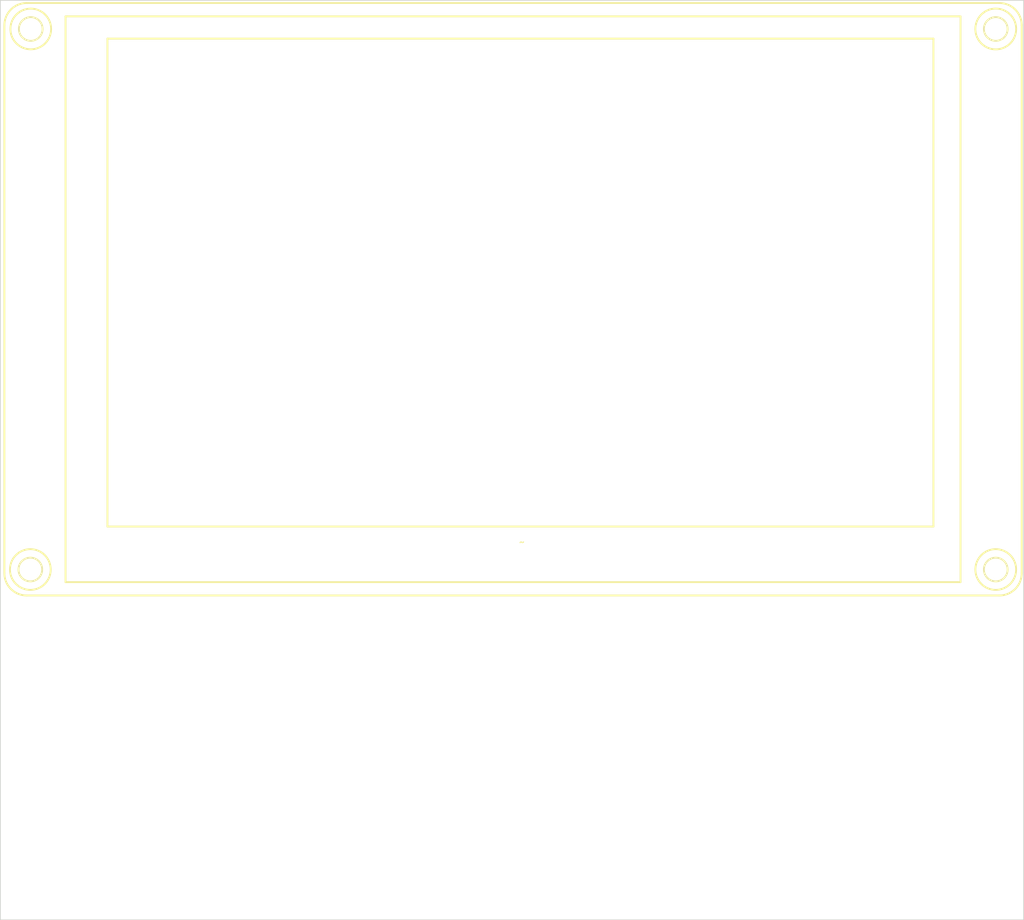
<source format=kicad_pcb>
(kicad_pcb (version 20221018) (generator pcbnew)
  (layers (0 "F.Cu" signal) (31 "B.Cu" signal) (34 "B.Paste" user) (35 "F.Paste" user) (36 "B.SilkS" user "B.Silkscreen") (37 "F.SilkS" user "F.Silkscreen") (38 "B.Mask" user) (39 "F.Mask" user) (44 "Edge.Cuts" user))
  (net 0 "")
  (footprint "elecrow5hmi:ESP32-5.0 Inch HMI 800x480 RGB" (layer "F.Cu") (at 140.5412 100.3575)
    (fp_text reference "U1")
    (fp_text value "~" (at -0.2 -11.3 unlocked) (layer "F.SilkS"))
    (fp_line (start -70 -81) (end -70 -7.1) (stroke (width 0.25)) (layer "F.SilkS"))
    (fp_line (start -67 -4.1) (end 64.2 -4.1) (stroke (width 0.25)) (layer "F.SilkS"))
    (fp_line (start -61.75 -82.2) (end -61.75 -5.9) (stroke (width 0.25)) (layer "F.SilkS"))
    (fp_line (start -61.75 -5.9) (end 58.95 -5.9) (stroke (width 0.25)) (layer "F.SilkS"))
    (fp_line (start -56.100315 -79.197983) (end -56.100315 -13.39824) (stroke (width 0.25)) (layer "F.SilkS"))
    (fp_line (start -56.100315 -13.39824) (end 55.295003 -13.39824) (stroke (width 0.25)) (layer "F.SilkS"))
    (fp_line (start 55.295003 -79.197983) (end -56.100315 -79.197983) (stroke (width 0.25)) (layer "F.SilkS"))
    (fp_line (start 55.295003 -13.39824) (end 55.295003 -79.197983) (stroke (width 0.25)) (layer "F.SilkS"))
    (fp_line (start 58.95 -82.2) (end -61.75 -82.2) (stroke (width 0.25)) (layer "F.SilkS"))
    (fp_line (start 58.95 -5.9) (end 58.95 -82.2) (stroke (width 0.25)) (layer "F.SilkS"))
    (fp_line (start 64.2 -84) (end -67 -84) (stroke (width 0.25)) (layer "F.SilkS"))
    (fp_line (start 67.2 -7.1) (end 67.2 -81) (stroke (width 0.25)) (layer "F.SilkS"))
    (fp_arc (start -70 -81) (mid -69.12132 -83.12132) (end -67 -84) (stroke (width 0.25)) (layer "F.SilkS"))
    (fp_arc (start -67 -4.1) (mid -69.12132 -4.97868) (end -70 -7.1) (stroke (width 0.25)) (layer "F.SilkS"))
    (fp_arc (start 64.2 -84) (mid 66.32132 -83.12132) (end 67.2 -81) (stroke (width 0.25)) (layer "F.SilkS"))
    (fp_arc (start 67.2 -7.1) (mid 66.32132 -4.97868) (end 64.2 -4.1) (stroke (width 0.25)) (layer "F.SilkS"))
    (fp_circle (center -66.5 -7.6) (end -64.9 -7.6) (stroke (width 0.25)) (fill none) (layer "F.SilkS"))
    (fp_circle (center -66.5 -7.6) (end -63.751373 -7.6) (stroke (width 0.25)) (fill none) (layer "F.SilkS"))
    (fp_circle (center -66.443 -80.5) (end -64.843 -80.5) (stroke (width 0.25)) (fill none) (layer "F.SilkS"))
    (fp_circle (center -66.443 -80.5) (end -63.697497 -80.5) (stroke (width 0.25)) (fill none) (layer "F.SilkS"))
    (fp_circle (center 63.7 -80.5) (end 65.3 -80.5) (stroke (width 0.25)) (fill none) (layer "F.SilkS"))
    (fp_circle (center 63.7 -80.5) (end 66.453289 -80.5) (stroke (width 0.25)) (fill none) (layer "F.SilkS"))
    (fp_circle (center 63.7 -7.6) (end 65.3 -7.6) (stroke (width 0.25)) (fill none) (layer "F.SilkS"))
    (fp_circle (center 63.7 -7.6) (end 66.449088 -7.6) (stroke (width 0.25)) (fill none) (layer "F.SilkS"))
    (fp_circle (center -66.5 -7.6) (end -64.9 -7.6) (stroke (width 0.05)) (fill none) (layer "Edge.Cuts"))
    (fp_circle (center -66.45 -80.5) (end -64.85 -80.5) (stroke (width 0.05)) (fill none) (layer "Edge.Cuts"))
    (fp_circle (center 63.7 -80.5) (end 65.3 -80.5) (stroke (width 0.05)) (fill none) (layer "Edge.Cuts"))
    (fp_circle (center 63.7 -7.6) (end 65.3 -7.6) (stroke (width 0.05)) (fill none) (layer "Edge.Cuts"))
  )
  (gr_line (start 70 140) (end 70 16) (stroke (width 0.1)) (layer "Edge.Cuts"))
  (gr_line (start 70 16) (end 208 16) (stroke (width 0.1)) (layer "Edge.Cuts"))
  (gr_line (start 208 140) (end 70 140) (stroke (width 0.1)) (layer "Edge.Cuts"))
  (gr_line (start 208 16) (end 208 140) (stroke (width 0.1)) (layer "Edge.Cuts"))
)
</source>
